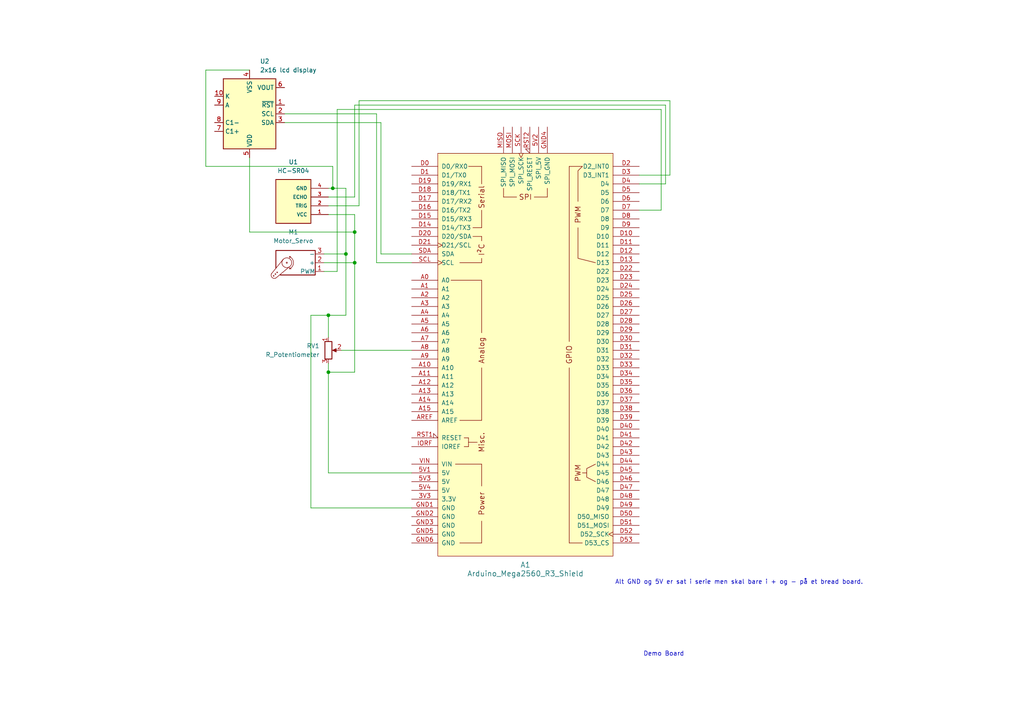
<source format=kicad_sch>
(kicad_sch (version 20231120) (generator "eeschema") (generator_version "8.0")
  (paper "A4")
  (lib_symbols
    (symbol "Device:R_Potentiometer" (pin_names (offset 1.016) hide)
      (property "Reference" "RV" (at -4.445 0 90))
      (property "Value" "R_Potentiometer" (at -2.54 0 90))
      (symbol "R_Potentiometer_0_1"
        (polyline (pts (xy 2.54 0) (xy 1.524 0)))
        (polyline (pts (xy 1.143 0) (xy 2.286 0.508) (xy 2.286 -0.508) (xy 1.143 0)) (fill (type outline)))
        (rectangle (start 1.016 2.54) (end -1.016 -2.54) (stroke (width 0.254)))
      )
      (symbol "R_Potentiometer_1_1"
        (pin passive line (at 0 3.81 270) (length 1.27) (name "1") (number "1"))
        (pin passive line (at 3.81 0 180) (length 1.27) (name "2") (number "2"))
        (pin passive line (at 0 -3.81 90) (length 1.27) (name "3") (number "3"))
      )
    )
    (symbol "Display_Character:NHD-C0220BIZ"
      (property "Reference" "U" (at -6.35 11.43 0))
      (property "Value" "NHD-C0220BIZ" (at 8.89 11.43 0))
      (symbol "NHD-C0220BIZ_0_1"
        (rectangle (start -7.62 10.16) (end 7.62 -10.16) (stroke (width 0.254)) (fill (type background)))
      )
      (symbol "NHD-C0220BIZ_1_1"
        (pin input line (at -10.16 -2.54 0) (length 2.54) (name "~{RST}") (number "1"))
        (pin passive line (at 10.16 -5.08 180) (length 2.54) (name "K") (number "10"))
        (pin input line (at -10.16 0 0) (length 2.54) (name "SCL") (number "2"))
        (pin bidirectional line (at -10.16 2.54 0) (length 2.54) (name "SDA") (number "3"))
        (pin power_in line (at 0 -12.7 90) (length 2.54) (name "VSS") (number "4"))
        (pin power_in line (at 0 12.7 270) (length 2.54) (name "VDD") (number "5"))
        (pin passive line (at -10.16 -7.62 0) (length 2.54) (name "VOUT") (number "6"))
        (pin passive line (at 10.16 5.08 180) (length 2.54) (name "C1+") (number "7"))
        (pin passive line (at 10.16 2.54 180) (length 2.54) (name "C1-") (number "8"))
        (pin passive line (at 10.16 -2.54 180) (length 2.54) (name "A") (number "9"))
      )
    )
    (symbol "HC-SR04:HC-SR04" (pin_names (offset 1.016))
      (property "Reference" "U" (at 0 5.0813 0))
      (property "Value" "HC-SR04" (at 0 -10.163 0))
      (symbol "HC-SR04_0_0"
        (rectangle (start 0 -7.62) (end 10.16 5.08) (stroke (width 0.254)) (fill (type background)))
        (pin power_in line (at -5.08 2.54 0) (length 5.08) (name "VCC") (number "1"))
        (pin bidirectional line (at -5.08 0 0) (length 5.08) (name "TRIG") (number "2"))
        (pin bidirectional line (at -5.08 -2.54 0) (length 5.08) (name "ECHO") (number "3"))
        (pin power_in line (at -5.08 -5.08 0) (length 5.08) (name "GND") (number "4"))
      )
    )
    (symbol "Motor:Motor_Servo" (pin_names (offset 0.0254))
      (property "Reference" "M" (at -5.08 4.445 0))
      (property "Value" "Motor_Servo" (at -5.08 -4.064 0))
      (symbol "Motor_Servo_0_1"
        (polyline (pts (xy 2.413 -1.778) (xy 2.032 -1.778)))
        (polyline (pts (xy 2.413 -1.778) (xy 2.286 -1.397)))
        (polyline (pts (xy 2.413 1.778) (xy 1.905 1.778)))
        (polyline (pts (xy 2.413 1.778) (xy 2.286 1.397)))
        (polyline (pts (xy 6.35 4.445) (xy 2.54 1.27)))
        (polyline (pts (xy 7.62 3.175) (xy 4.191 -1.016)))
        (polyline (pts (xy 5.08 3.556) (xy -5.08 3.556) (xy -5.08 -3.556) (xy 6.35 -3.556) (xy 6.35 1.524)) (stroke (width 0.254)))
        (arc (start 2.413 1.778) (mid 1.2406 0) (end 2.413 -1.778))
        (circle (center 3.175 0) (radius 0.1778))
        (circle (center 3.175 0) (radius 1.4224))
        (circle (center 5.969 2.794) (radius 0.127))
        (circle (center 6.477 3.302) (radius 0.127))
        (circle (center 6.985 3.81) (radius 0.127))
        (arc (start 7.62 3.175) (mid 7.4485 4.2735) (end 6.35 4.445))
      )
      (symbol "Motor_Servo_1_1"
        (pin passive line (at -7.62 2.54 0) (length 2.54) (name "PWM") (number "1"))
        (pin passive line (at -7.62 0 0) (length 2.54) (name "+") (number "2"))
        (pin passive line (at -7.62 -2.54 0) (length 2.54) (name "-") (number "3"))
      )
    )
    (symbol "PCM_arduino-library:Arduino_Mega2560_R3_Shield" (pin_names (offset 1.016))
      (property "Reference" "A" (at 0 -62.23 0))
      (property "Value" "Arduino_Mega2560_R3_Shield" (at 0 -66.04 0))
      (symbol "Arduino_Mega2560_R3_Shield_0_0"
        (rectangle (start -25.4 -58.42) (end 25.4 58.42) (fill (type background)))
        (rectangle (start -20.32 -31.75) (end -12.7 -31.75))
        (rectangle (start -19.05 -54.61) (end -12.7 -54.61))
        (rectangle (start -19.05 -19.05) (end -12.7 -19.05))
        (rectangle (start -19.05 26.67) (end -12.7 26.67))
        (rectangle (start -17.78 -26.67) (end -16.51 -26.67))
        (rectangle (start -17.78 -24.13) (end -16.51 -24.13))
        (rectangle (start -16.51 -25.4) (end -13.97 -25.4))
        (rectangle (start -16.51 -24.13) (end -16.51 -26.67))
        (rectangle (start -16.51 54.61) (end -12.7 54.61))
        (rectangle (start -15.24 34.29) (end -12.7 34.29))
        (rectangle (start -15.24 36.83) (end -12.7 36.83))
        (rectangle (start -12.7 -54.61) (end -12.7 -48.26))
        (rectangle (start -12.7 -31.75) (end -12.7 -38.1))
        (rectangle (start -12.7 26.67) (end -12.7 27.94))
        (rectangle (start -12.7 34.29) (end -12.7 33.02))
        (rectangle (start -12.7 41.91) (end -12.7 36.83))
        (rectangle (start -12.7 49.53) (end -12.7 54.61))
        (rectangle (start -6.35 48.26) (end -6.35 45.72))
        (rectangle (start -2.54 45.72) (end -6.35 45.72))
        (polyline (pts (xy -21.59 21.59) (xy -12.7 21.59)))
        (polyline (pts (xy -12.7 -19.05) (xy -12.7 -3.81)))
        (polyline (pts (xy -12.7 6.35) (xy -12.7 21.59)))
        (polyline (pts (xy 12.7 -54.61) (xy 16.51 -54.61)))
        (polyline (pts (xy 12.7 54.61) (xy 16.51 54.61)))
        (polyline (pts (xy 17.78 -34.29) (xy 16.51 -34.29)))
        (polyline (pts (xy 15.24 36.83) (xy 15.24 27.94) (xy 20.32 26.67)))
        (polyline (pts (xy 15.24 44.45) (xy 15.24 53.34) (xy 16.51 54.61)))
        (polyline (pts (xy 20.32 -31.75) (xy 17.78 -33.02) (xy 17.78 -35.56) (xy 20.32 -36.83)))
        (rectangle (start 6.35 45.72) (end 2.54 45.72))
        (rectangle (start 6.35 48.26) (end 6.35 45.72))
        (text "Analog" (at -12.7 1.27 900) (effects (font (size 1.524 1.524))))
        (text "I²C" (at -12.7 30.48 900) (effects (font (size 1.524 1.524))))
        (text "Misc." (at -12.7 -25.4 900) (effects (font (size 1.524 1.524))))
        (text "Power" (at -12.7 -43.18 900) (effects (font (size 1.524 1.524))))
        (text "PWM" (at 15.24 -34.29 900) (effects (font (size 1.524 1.524))))
        (text "PWM" (at 15.24 40.64 900) (effects (font (size 1.524 1.524))))
        (text "Serial" (at -12.7 45.72 900) (effects (font (size 1.524 1.524))))
        (text "SPI" (at 0 45.72 0) (effects (font (size 1.524 1.524))))
      )
      (symbol "Arduino_Mega2560_R3_Shield_1_0"
        (rectangle (start 12.7 -54.61) (end 12.7 -3.81))
        (rectangle (start 12.7 54.61) (end 12.7 3.81))
        (text "GPIO" (at 12.7 0 900) (effects (font (size 1.524 1.524))))
      )
      (symbol "Arduino_Mega2560_R3_Shield_1_1"
        (pin power_out line (at -33.02 -41.91 0) (length 7.62) (name "3.3V") (number "3V3"))
        (pin power_in line (at -33.02 -34.29 0) (length 7.62) (name "5V") (number "5V1"))
        (pin power_in line (at 3.81 66.04 270) (length 7.62) (name "SPI_5V") (number "5V2"))
        (pin power_in line (at -33.02 -36.83 0) (length 7.62) (name "5V") (number "5V3"))
        (pin power_in line (at -33.02 -39.37 0) (length 7.62) (name "5V") (number "5V4"))
        (pin bidirectional line (at -33.02 21.59 0) (length 7.62) (name "A0") (number "A0"))
        (pin bidirectional line (at -33.02 19.05 0) (length 7.62) (name "A1") (number "A1"))
        (pin bidirectional line (at -33.02 -3.81 0) (length 7.62) (name "A10") (number "A10"))
        (pin bidirectional line (at -33.02 -6.35 0) (length 7.62) (name "A11") (number "A11"))
        (pin bidirectional line (at -33.02 -8.89 0) (length 7.62) (name "A12") (number "A12"))
        (pin bidirectional line (at -33.02 -11.43 0) (length 7.62) (name "A13") (number "A13"))
        (pin bidirectional line (at -33.02 -13.97 0) (length 7.62) (name "A14") (number "A14"))
        (pin bidirectional line (at -33.02 -16.51 0) (length 7.62) (name "A15") (number "A15"))
        (pin bidirectional line (at -33.02 16.51 0) (length 7.62) (name "A2") (number "A2"))
        (pin bidirectional line (at -33.02 13.97 0) (length 7.62) (name "A3") (number "A3"))
        (pin bidirectional line (at -33.02 11.43 0) (length 7.62) (name "A4") (number "A4"))
        (pin bidirectional line (at -33.02 8.89 0) (length 7.62) (name "A5") (number "A5"))
        (pin bidirectional line (at -33.02 6.35 0) (length 7.62) (name "A6") (number "A6"))
        (pin bidirectional line (at -33.02 3.81 0) (length 7.62) (name "A7") (number "A7"))
        (pin bidirectional line (at -33.02 1.27 0) (length 7.62) (name "A8") (number "A8"))
        (pin bidirectional line (at -33.02 -1.27 0) (length 7.62) (name "A9") (number "A9"))
        (pin input line (at -33.02 -19.05 0) (length 7.62) (name "AREF") (number "AREF"))
        (pin bidirectional line (at -33.02 54.61 0) (length 7.62) (name "D0/RX0") (number "D0"))
        (pin bidirectional line (at -33.02 52.07 0) (length 7.62) (name "D1/TX0") (number "D1"))
        (pin bidirectional line (at 33.02 34.29 180) (length 7.62) (name "D10") (number "D10"))
        (pin bidirectional line (at 33.02 31.75 180) (length 7.62) (name "D11") (number "D11"))
        (pin bidirectional line (at 33.02 29.21 180) (length 7.62) (name "D12") (number "D12"))
        (pin bidirectional line (at 33.02 26.67 180) (length 7.62) (name "D13") (number "D13"))
        (pin bidirectional line (at -33.02 36.83 0) (length 7.62) (name "D14/TX3") (number "D14"))
        (pin bidirectional line (at -33.02 39.37 0) (length 7.62) (name "D15/RX3") (number "D15"))
        (pin bidirectional line (at -33.02 41.91 0) (length 7.62) (name "D16/TX2") (number "D16"))
        (pin bidirectional line (at -33.02 44.45 0) (length 7.62) (name "D17/RX2") (number "D17"))
        (pin bidirectional line (at -33.02 46.99 0) (length 7.62) (name "D18/TX1") (number "D18"))
        (pin bidirectional line (at -33.02 49.53 0) (length 7.62) (name "D19/RX1") (number "D19"))
        (pin bidirectional line (at 33.02 54.61 180) (length 7.62) (name "D2_INT0") (number "D2"))
        (pin bidirectional line (at -33.02 34.29 0) (length 7.62) (name "D20/SDA") (number "D20"))
        (pin bidirectional clock (at -33.02 31.75 0) (length 7.62) (name "D21/SCL") (number "D21"))
        (pin bidirectional line (at 33.02 24.13 180) (length 7.62) (name "D22") (number "D22"))
        (pin bidirectional line (at 33.02 21.59 180) (length 7.62) (name "D23") (number "D23"))
        (pin bidirectional line (at 33.02 19.05 180) (length 7.62) (name "D24") (number "D24"))
        (pin bidirectional line (at 33.02 16.51 180) (length 7.62) (name "D25") (number "D25"))
        (pin bidirectional line (at 33.02 13.97 180) (length 7.62) (name "D26") (number "D26"))
        (pin bidirectional line (at 33.02 11.43 180) (length 7.62) (name "D27") (number "D27"))
        (pin bidirectional line (at 33.02 8.89 180) (length 7.62) (name "D28") (number "D28"))
        (pin bidirectional line (at 33.02 6.35 180) (length 7.62) (name "D29") (number "D29"))
        (pin bidirectional line (at 33.02 52.07 180) (length 7.62) (name "D3_INT1") (number "D3"))
        (pin bidirectional line (at 33.02 3.81 180) (length 7.62) (name "D30") (number "D30"))
        (pin bidirectional line (at 33.02 1.27 180) (length 7.62) (name "D31") (number "D31"))
        (pin bidirectional line (at 33.02 -1.27 180) (length 7.62) (name "D32") (number "D32"))
        (pin bidirectional line (at 33.02 -3.81 180) (length 7.62) (name "D33") (number "D33"))
        (pin bidirectional line (at 33.02 -6.35 180) (length 7.62) (name "D34") (number "D34"))
        (pin bidirectional line (at 33.02 -8.89 180) (length 7.62) (name "D35") (number "D35"))
        (pin bidirectional line (at 33.02 -11.43 180) (length 7.62) (name "D36") (number "D36"))
        (pin bidirectional line (at 33.02 -13.97 180) (length 7.62) (name "D37") (number "D37"))
        (pin bidirectional line (at 33.02 -16.51 180) (length 7.62) (name "D38") (number "D38"))
        (pin bidirectional line (at 33.02 -19.05 180) (length 7.62) (name "D39") (number "D39"))
        (pin bidirectional line (at 33.02 49.53 180) (length 7.62) (name "D4") (number "D4"))
        (pin bidirectional line (at 33.02 -21.59 180) (length 7.62) (name "D40") (number "D40"))
        (pin bidirectional line (at 33.02 -24.13 180) (length 7.62) (name "D41") (number "D41"))
        (pin bidirectional line (at 33.02 -26.67 180) (length 7.62) (name "D42") (number "D42"))
        (pin bidirectional line (at 33.02 -29.21 180) (length 7.62) (name "D43") (number "D43"))
        (pin bidirectional line (at 33.02 -31.75 180) (length 7.62) (name "D44") (number "D44"))
        (pin bidirectional line (at 33.02 -34.29 180) (length 7.62) (name "D45") (number "D45"))
        (pin bidirectional line (at 33.02 -36.83 180) (length 7.62) (name "D46") (number "D46"))
        (pin bidirectional line (at 33.02 -39.37 180) (length 7.62) (name "D47") (number "D47"))
        (pin bidirectional line (at 33.02 -41.91 180) (length 7.62) (name "D48") (number "D48"))
        (pin bidirectional line (at 33.02 -44.45 180) (length 7.62) (name "D49") (number "D49"))
        (pin bidirectional line (at 33.02 46.99 180) (length 7.62) (name "D5") (number "D5"))
        (pin bidirectional line (at 33.02 -46.99 180) (length 7.62) (name "D50_MISO") (number "D50"))
        (pin bidirectional line (at 33.02 -49.53 180) (length 7.62) (name "D51_MOSI") (number "D51"))
        (pin bidirectional clock (at 33.02 -52.07 180) (length 7.62) (name "D52_SCK") (number "D52"))
        (pin bidirectional line (at 33.02 -54.61 180) (length 7.62) (name "D53_CS") (number "D53"))
        (pin bidirectional line (at 33.02 44.45 180) (length 7.62) (name "D6") (number "D6"))
        (pin bidirectional line (at 33.02 41.91 180) (length 7.62) (name "D7") (number "D7"))
        (pin bidirectional line (at 33.02 39.37 180) (length 7.62) (name "D8") (number "D8"))
        (pin bidirectional line (at 33.02 36.83 180) (length 7.62) (name "D9") (number "D9"))
        (pin power_in line (at -33.02 -44.45 0) (length 7.62) (name "GND") (number "GND1"))
        (pin power_in line (at -33.02 -46.99 0) (length 7.62) (name "GND") (number "GND2"))
        (pin power_in line (at -33.02 -49.53 0) (length 7.62) (name "GND") (number "GND3"))
        (pin power_in line (at 6.35 66.04 270) (length 7.62) (name "SPI_GND") (number "GND4"))
        (pin power_in line (at -33.02 -52.07 0) (length 7.62) (name "GND") (number "GND5"))
        (pin power_in line (at -33.02 -54.61 0) (length 7.62) (name "GND") (number "GND6"))
        (pin output line (at -33.02 -26.67 0) (length 7.62) (name "IOREF") (number "IORF"))
        (pin input line (at -6.35 66.04 270) (length 7.62) (name "SPI_MISO") (number "MISO"))
        (pin output line (at -3.81 66.04 270) (length 7.62) (name "SPI_MOSI") (number "MOSI"))
        (pin open_collector input_low (at -33.02 -24.13 0) (length 7.62) (name "RESET") (number "RST1"))
        (pin open_collector input_low (at 1.27 66.04 270) (length 7.62) (name "SPI_RESET") (number "RST2"))
        (pin output clock (at -1.27 66.04 270) (length 7.62) (name "SPI_SCK") (number "SCK"))
        (pin bidirectional clock (at -33.02 26.67 0) (length 7.62) (name "SCL") (number "SCL"))
        (pin bidirectional line (at -33.02 29.21 0) (length 7.62) (name "SDA") (number "SDA"))
        (pin power_in line (at -33.02 -31.75 0) (length 7.62) (name "VIN") (number "VIN"))
      )
    )
  )
  (junction (at 96.52 54.61))
  (junction (at 95.25 107.95))
  (junction (at 102.87 67.31))
  (junction (at 102.87 76.2))
  (junction (at 95.25 91.44))
  (junction (at 100.33 73.66))
  (wire (pts (xy 102.87 30.48) (xy 193.04 30.48)))
  (wire (pts (xy 59.69 48.26) (xy 96.52 48.26)))
  (wire (pts (xy 194.31 50.8) (xy 185.42 50.8)))
  (wire (pts (xy 95.25 57.15) (xy 102.87 57.15)))
  (wire (pts (xy 97.79 78.74) (xy 97.79 31.75)))
  (wire (pts (xy 90.17 147.32) (xy 119.38 147.32)))
  (wire (pts (xy 95.25 107.95) (xy 95.25 105.41)))
  (wire (pts (xy 59.69 20.32) (xy 59.69 48.26)))
  (wire (pts (xy 72.39 67.31) (xy 102.87 67.31)))
  (wire (pts (xy 95.25 54.61) (xy 96.52 54.61)))
  (wire (pts (xy 102.87 62.23) (xy 102.87 67.31)))
  (wire (pts (xy 102.87 67.31) (xy 102.87 76.2)))
  (wire (pts (xy 104.14 29.21) (xy 194.31 29.21)))
  (wire (pts (xy 95.25 59.69) (xy 104.14 59.69)))
  (wire (pts (xy 96.52 54.61) (xy 100.33 54.61)))
  (wire (pts (xy 193.04 53.34) (xy 185.42 53.34)))
  (wire (pts (xy 110.49 73.66) (xy 119.38 73.66)))
  (wire (pts (xy 104.14 59.69) (xy 104.14 29.21)))
  (wire (pts (xy 93.98 76.2) (xy 102.87 76.2)))
  (wire (pts (xy 96.52 48.26) (xy 96.52 54.61)))
  (wire (pts (xy 99.06 101.6) (xy 119.38 101.6)))
  (wire (pts (xy 82.55 33.02) (xy 109.22 33.02)))
  (wire (pts (xy 102.87 57.15) (xy 102.87 30.48)))
  (wire (pts (xy 95.25 62.23) (xy 102.87 62.23)))
  (wire (pts (xy 109.22 33.02) (xy 109.22 76.2)))
  (wire (pts (xy 93.98 73.66) (xy 100.33 73.66)))
  (wire (pts (xy 193.04 30.48) (xy 193.04 53.34)))
  (wire (pts (xy 95.25 91.44) (xy 90.17 91.44)))
  (wire (pts (xy 191.77 60.96) (xy 185.42 60.96)))
  (wire (pts (xy 100.33 54.61) (xy 100.33 73.66)))
  (wire (pts (xy 82.55 35.56) (xy 110.49 35.56)))
  (wire (pts (xy 97.79 31.75) (xy 191.77 31.75)))
  (wire (pts (xy 119.38 137.16) (xy 95.25 137.16)))
  (wire (pts (xy 191.77 31.75) (xy 191.77 60.96)))
  (wire (pts (xy 90.17 91.44) (xy 90.17 147.32)))
  (wire (pts (xy 93.98 78.74) (xy 97.79 78.74)))
  (wire (pts (xy 194.31 29.21) (xy 194.31 50.8)))
  (wire (pts (xy 72.39 45.72) (xy 72.39 67.31)))
  (wire (pts (xy 72.39 20.32) (xy 59.69 20.32)))
  (wire (pts (xy 109.22 76.2) (xy 119.38 76.2)))
  (wire (pts (xy 95.25 137.16) (xy 95.25 107.95)))
  (wire (pts (xy 102.87 107.95) (xy 95.25 107.95)))
  (wire (pts (xy 100.33 73.66) (xy 100.33 91.44)))
  (wire (pts (xy 110.49 35.56) (xy 110.49 73.66)))
  (wire (pts (xy 95.25 97.79) (xy 95.25 91.44)))
  (wire (pts (xy 100.33 91.44) (xy 95.25 91.44)))
  (wire (pts (xy 102.87 76.2) (xy 102.87 107.95)))
  (text "Demo Board" (at 192.532 189.738 0) (effects (font (size 1.27 1.27))))
  (text "Alt GND og 5V er sat i serie men skal bare i + og - på et bread board." (at 214.376 168.91 0) (effects (font (size 1.27 1.27))))
  (symbol (lib_id "PCM_arduino-library:Arduino_Mega2560_R3_Shield") (at 152.4 102.87 0) (unit 1)
    (property "Reference" "A1" (at 152.4 163.83 0) (effects (font (size 1.524 1.524))))
    (property "Value" "Arduino_Mega2560_R3_Shield" (at 152.4 166.37 0) (effects (font (size 1.524 1.524))))
    (property "Footprint" "PCM_arduino-library:Arduino_Mega2560_R3_Shield" (effects (hide yes)))
    (property "Datasheet" "https://docs.arduino.cc/hardware/mega-2560" (effects (hide yes)))
    (property "Description" "Shield for Arduino Mega 2560 R3" (effects (hide yes)))
  )
  (symbol (lib_id "Motor:Motor_Servo") (at 86.36 76.2 180) (unit 1)
    (property "Reference" "M1" (at 85.1011 67.31 0))
    (property "Value" "Motor_Servo" (at 85.1011 69.85 0))
    (property "Footprint" "Connector_PinHeader_2.54mm:PinHeader_1x03_P2.54mm_Vertical" (effects (hide yes)))
    (property "Datasheet" "http://forums.parallax.com/uploads/attachments/46831/74481.png" (effects (hide yes)))
    (property "Description" "Servo Motor (Futaba, HiTec, JR connector)" (effects (hide yes)))
  )
  (symbol (lib_id "HC-SR04:HC-SR04") (at 90.17 59.69 180) (unit 1)
    (property "Reference" "U1" (at 85.09 46.99 0))
    (property "Value" "HC-SR04" (at 85.09 49.53 0))
    (property "Footprint" "HC-SR04:XCVR_HC-SR04" (effects (hide yes)))
    (property "MF" "SparkFun Electronics" (effects (hide yes)))
    (property "Description_1" "\nHC-SR04 Ultrasonic Sensor Qwiic Platform Evaluation Expansion Board\n" (effects (hide yes)))
    (property "Package" "None" (effects (hide yes)))
    (property "Price" "None" (effects (hide yes)))
    (property "Check_prices" "https://www.snapeda.com/parts/HC-SR04/SparkFun+Electronics/view-part/?ref=eda" (effects (hide yes)))
    (property "SnapEDA_Link" "https://www.snapeda.com/parts/HC-SR04/SparkFun+Electronics/view-part/?ref=snap" (effects (hide yes)))
    (property "MP" "HC-SR04" (effects (hide yes)))
    (property "Availability" "Not in stock" (effects (hide yes)))
    (property "MANUFACTURER" "Osepp" (effects (hide yes)))
  )
  (symbol (lib_id "Display_Character:NHD-C0220BIZ") (at 72.39 33.02 180) (unit 1)
    (property "Reference" "U2" (at 75.4065 17.78 0) (effects (justify right)))
    (property "Value" "2x16 lcd display" (at 75.4065 20.32 0) (effects (justify right)))
    (property "Footprint" "Display:NHD-C0220BiZ" (effects (hide yes)))
    (property "Datasheet" "http://www.newhavendisplay.com/specs/NHD-C0220BiZ-FSW-FBW-3V3M.pdf" (effects (hide yes)))
    (property "Description" "LCD 20x2 Alphanumeric 10pin Blue/White/Green Backlight, i2c, 3.3V VDD" (effects (hide yes)))
  )
  (symbol (lib_id "Device:R_Potentiometer") (at 95.25 101.6 0) (unit 1)
    (property "Reference" "RV1" (at 92.71 100.3299 0) (effects (justify right)))
    (property "Value" "R_Potentiometer" (at 92.71 102.8699 0) (effects (justify right)))
    (property "Footprint" "PCM_Potentiometer_SMD_AKL:Potentiometer_ACP_CA6-VSMD_Vertical" (effects (hide yes)))
    (property "Description" "Potentiometer" (effects (hide yes)))
  )
)
</source>
